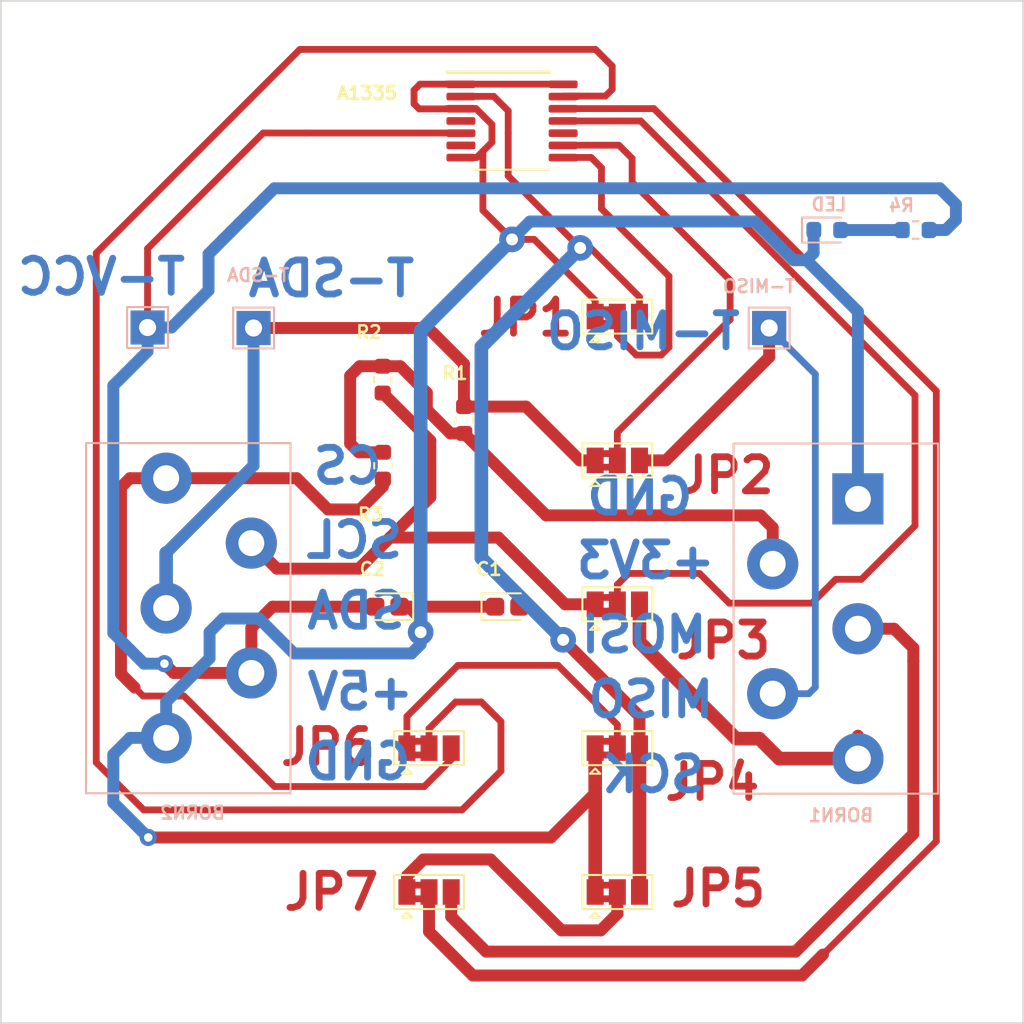
<source format=kicad_pcb>
(kicad_pcb (version 20171130) (host pcbnew "(5.1.9)-1")

  (general
    (thickness 1.6)
    (drawings 17)
    (tracks 241)
    (zones 0)
    (modules 20)
    (nets 19)
  )

  (page A4)
  (layers
    (0 F.Cu signal)
    (31 B.Cu signal)
    (32 B.Adhes user)
    (33 F.Adhes user)
    (34 B.Paste user)
    (35 F.Paste user)
    (36 B.SilkS user)
    (37 F.SilkS user)
    (38 B.Mask user)
    (39 F.Mask user)
    (40 Dwgs.User user)
    (41 Cmts.User user)
    (42 Eco1.User user)
    (43 Eco2.User user)
    (44 Edge.Cuts user)
    (45 Margin user)
    (46 B.CrtYd user)
    (47 F.CrtYd user)
    (48 B.Fab user)
    (49 F.Fab user)
  )

  (setup
    (last_trace_width 0.25)
    (user_trace_width 0.4)
    (user_trace_width 0.7)
    (user_trace_width 0.8)
    (trace_clearance 0.2)
    (zone_clearance 0.508)
    (zone_45_only no)
    (trace_min 0.2)
    (via_size 0.8)
    (via_drill 0.4)
    (via_min_size 0.4)
    (via_min_drill 0.3)
    (user_via 1 0.5)
    (user_via 1.2 0.6)
    (user_via 1.5 0.7)
    (uvia_size 0.3)
    (uvia_drill 0.1)
    (uvias_allowed no)
    (uvia_min_size 0.2)
    (uvia_min_drill 0.1)
    (edge_width 0.1)
    (segment_width 0.2)
    (pcb_text_width 0.3)
    (pcb_text_size 1.5 1.5)
    (mod_edge_width 0.15)
    (mod_text_size 1 1)
    (mod_text_width 0.15)
    (pad_size 3 3)
    (pad_drill 1.52)
    (pad_to_mask_clearance 0)
    (aux_axis_origin 0 0)
    (visible_elements 7FFFFFFF)
    (pcbplotparams
      (layerselection 0x010fc_ffffffff)
      (usegerberextensions false)
      (usegerberattributes false)
      (usegerberadvancedattributes false)
      (creategerberjobfile false)
      (excludeedgelayer true)
      (linewidth 0.100000)
      (plotframeref false)
      (viasonmask false)
      (mode 1)
      (useauxorigin false)
      (hpglpennumber 1)
      (hpglpenspeed 20)
      (hpglpendiameter 15.000000)
      (psnegative false)
      (psa4output false)
      (plotreference true)
      (plotvalue true)
      (plotinvisibletext false)
      (padsonsilk false)
      (subtractmaskfromsilk false)
      (outputformat 1)
      (mirror false)
      (drillshape 1)
      (scaleselection 1)
      (outputdirectory ""))
  )

  (net 0 "")
  (net 1 "Net-(C1-Pad2)")
  (net 2 "Net-(C1-Pad1)")
  (net 3 "Net-(J1-Pad5)")
  (net 4 "Net-(J1-Pad4)")
  (net 5 "Net-(J1-Pad3)")
  (net 6 "Net-(JP5-Pad2)")
  (net 7 "Net-(C2-Pad2)")
  (net 8 "Net-(J1-Pad2)")
  (net 9 "Net-(J2-Pad4)")
  (net 10 "Net-(J2-Pad3)")
  (net 11 "Net-(JP4-Pad2)")
  (net 12 "Net-(JP1-Pad2)")
  (net 13 "Net-(JP2-Pad2)")
  (net 14 "Net-(JP3-Pad2)")
  (net 15 "Net-(JP6-Pad2)")
  (net 16 "Net-(JP7-Pad2)")
  (net 17 "Net-(J2-Pad5)")
  (net 18 "Net-(LED1-Pad2)")

  (net_class Default "Esta es la clase de red por defecto."
    (clearance 0.2)
    (trace_width 0.25)
    (via_dia 0.8)
    (via_drill 0.4)
    (uvia_dia 0.3)
    (uvia_drill 0.1)
  )

  (net_class Guido ""
    (clearance 0.2)
    (trace_width 0.4)
    (via_dia 1)
    (via_drill 0.5)
    (uvia_dia 0.3)
    (uvia_drill 0.1)
    (add_net "Net-(C1-Pad1)")
    (add_net "Net-(C1-Pad2)")
    (add_net "Net-(C2-Pad2)")
    (add_net "Net-(J1-Pad2)")
    (add_net "Net-(J1-Pad3)")
    (add_net "Net-(J1-Pad4)")
    (add_net "Net-(J1-Pad5)")
    (add_net "Net-(J2-Pad3)")
    (add_net "Net-(J2-Pad4)")
    (add_net "Net-(J2-Pad5)")
    (add_net "Net-(JP1-Pad2)")
    (add_net "Net-(JP2-Pad2)")
    (add_net "Net-(JP3-Pad2)")
    (add_net "Net-(JP4-Pad2)")
    (add_net "Net-(JP5-Pad2)")
    (add_net "Net-(JP6-Pad2)")
    (add_net "Net-(JP7-Pad2)")
    (add_net "Net-(LED1-Pad2)")
  )

  (module FES:terminalfes (layer B.Cu) (tedit 5EBF687A) (tstamp 5EBF5DC1)
    (at 125.55 109.405 90)
    (path /5EA71BA0)
    (fp_text reference BORN2 (at -1.145 6.25) (layer B.SilkS)
      (effects (font (size 0.75 0.75) (thickness 0.15)) (justify mirror))
    )
    (fp_text value TERMINALES2 (at 9.705 -3.1 90) (layer B.Fab) hide
      (effects (font (size 0.75 0.75) (thickness 0.15)) (justify mirror))
    )
    (fp_line (start 0 12) (end 0 0) (layer B.SilkS) (width 0.12))
    (fp_line (start -0.2 12.19) (end 20.75 12.19) (layer B.CrtYd) (width 0.05))
    (fp_line (start -0.2 12.19) (end -0.2 -0.19) (layer B.CrtYd) (width 0.05))
    (fp_line (start 20.75 -0.19) (end 20.75 12.19) (layer B.CrtYd) (width 0.05))
    (fp_line (start 20.75 -0.19) (end -0.2 -0.19) (layer B.CrtYd) (width 0.05))
    (fp_line (start 0 12) (end 20.55 12) (layer B.SilkS) (width 0.12))
    (fp_line (start 20.55 12) (end 20.55 0) (layer B.SilkS) (width 0.12))
    (fp_line (start 0.05 11.94) (end 0.05 0.06) (layer B.Fab) (width 0.1))
    (fp_line (start 0.05 0.06) (end 20.5 0.06) (layer B.Fab) (width 0.1))
    (fp_line (start 20.5 0.06) (end 20.5 11.94) (layer B.Fab) (width 0.1))
    (fp_line (start 20.5 11.94) (end 0.05 11.94) (layer B.Fab) (width 0.1))
    (fp_line (start 0 0) (end 20.55 0) (layer B.SilkS) (width 0.12))
    (fp_text user %R (at 10 -0.25 90) (layer B.Fab) hide
      (effects (font (size 1 1) (thickness 0.15)) (justify mirror))
    )
    (pad 4 thru_hole circle (at 14.68 9.7 90) (size 3 3) (drill 1.52) (layers *.Cu *.Mask)
      (net 9 "Net-(J2-Pad4)"))
    (pad 3 thru_hole circle (at 10.87 4.7 90) (size 3 3) (drill 1.52) (layers *.Cu *.Mask)
      (net 10 "Net-(J2-Pad3)"))
    (pad 2 thru_hole circle (at 7.06 9.7 90) (size 3 3) (drill 1.52) (layers *.Cu *.Mask)
      (net 7 "Net-(C2-Pad2)"))
    (pad 1 thru_hole circle (at 3.25 4.7 90) (size 3 3) (drill 1.52) (layers *.Cu *.Mask)
      (net 2 "Net-(C1-Pad1)"))
    (pad 5 thru_hole circle (at 18.49 4.7 90) (size 3 3) (drill 1.52) (layers *.Cu *.Mask)
      (net 17 "Net-(J2-Pad5)"))
  )

  (module FES:terminalfes (layer B.Cu) (tedit 5EBF682C) (tstamp 5EB0CA99)
    (at 175.55 88.88 270)
    (path /5EA6E290)
    (fp_text reference BORN1 (at 21.825 5.7 180) (layer B.SilkS)
      (effects (font (size 0.75 0.75) (thickness 0.15)) (justify mirror))
    )
    (fp_text value TERMINALES1 (at 10.37 -3.2 270) (layer B.Fab) hide
      (effects (font (size 0.75 0.75) (thickness 0.15)) (justify mirror))
    )
    (fp_line (start 0 0) (end 20.55 0) (layer B.SilkS) (width 0.12))
    (fp_line (start 20.5 11.94) (end 0.05 11.94) (layer B.Fab) (width 0.1))
    (fp_line (start 20.5 0.06) (end 20.5 11.94) (layer B.Fab) (width 0.1))
    (fp_line (start 0.05 0.06) (end 20.5 0.06) (layer B.Fab) (width 0.1))
    (fp_line (start 0.05 11.94) (end 0.05 0.06) (layer B.Fab) (width 0.1))
    (fp_line (start 20.55 12) (end 20.55 0) (layer B.SilkS) (width 0.12))
    (fp_line (start 0 12) (end 20.55 12) (layer B.SilkS) (width 0.12))
    (fp_line (start 20.75 -0.19) (end -0.2 -0.19) (layer B.CrtYd) (width 0.05))
    (fp_line (start 20.75 -0.19) (end 20.75 12.19) (layer B.CrtYd) (width 0.05))
    (fp_line (start -0.2 12.19) (end -0.2 -0.19) (layer B.CrtYd) (width 0.05))
    (fp_line (start -0.2 12.19) (end 20.75 12.19) (layer B.CrtYd) (width 0.05))
    (fp_line (start 0 12) (end 0 0) (layer B.SilkS) (width 0.12))
    (fp_text user %R (at 10 -0.25 270) (layer B.Fab) hide
      (effects (font (size 1 1) (thickness 0.15)) (justify mirror))
    )
    (pad 5 thru_hole circle (at 18.49 4.7 270) (size 3 3) (drill 1.52) (layers *.Cu *.Mask)
      (net 3 "Net-(J1-Pad5)"))
    (pad 1 thru_hole rect (at 3.25 4.7 270) (size 3 3) (drill 1.52) (layers *.Cu *.Mask)
      (net 2 "Net-(C1-Pad1)"))
    (pad 2 thru_hole circle (at 7.06 9.7 270) (size 3 3) (drill 1.52) (layers *.Cu *.Mask)
      (net 8 "Net-(J1-Pad2)"))
    (pad 3 thru_hole circle (at 10.87 4.7 270) (size 3 3) (drill 1.52) (layers *.Cu *.Mask)
      (net 5 "Net-(J1-Pad3)"))
    (pad 4 thru_hole circle (at 14.68 9.7 270) (size 3 3) (drill 1.52) (layers *.Cu *.Mask)
      (net 4 "Net-(J1-Pad4)"))
  )

  (module TestPoint:TestPoint_THTPad_2.0x2.0mm_Drill1.0mm (layer B.Cu) (tedit 5A0F774F) (tstamp 5EB19F61)
    (at 129.16 82.07)
    (descr "THT rectangular pad as test Point, square 2.0mm_Drill1.0mm  side length, hole diameter 1.0mm")
    (tags "test point THT pad rectangle square")
    (path /5EBD37F0)
    (attr virtual)
    (fp_text reference T-VCC (at 0.24 -2.97) (layer B.SilkS) hide
      (effects (font (size 2 2) (thickness 0.4)) (justify mirror))
    )
    (fp_text value TP (at 0.84 2.08) (layer B.Fab) hide
      (effects (font (size 0.75 0.75) (thickness 0.15)) (justify mirror))
    )
    (fp_line (start -1.2 1.2) (end 1.2 1.2) (layer B.SilkS) (width 0.12))
    (fp_line (start 1.2 1.2) (end 1.2 -1.2) (layer B.SilkS) (width 0.12))
    (fp_line (start 1.2 -1.2) (end -1.2 -1.2) (layer B.SilkS) (width 0.12))
    (fp_line (start -1.2 -1.2) (end -1.2 1.2) (layer B.SilkS) (width 0.12))
    (fp_line (start -1.5 1.5) (end 1.5 1.5) (layer B.CrtYd) (width 0.05))
    (fp_line (start -1.5 1.5) (end -1.5 -1.5) (layer B.CrtYd) (width 0.05))
    (fp_line (start 1.5 -1.5) (end 1.5 1.5) (layer B.CrtYd) (width 0.05))
    (fp_line (start 1.5 -1.5) (end -1.5 -1.5) (layer B.CrtYd) (width 0.05))
    (pad 1 thru_hole rect (at 0 0) (size 2 2) (drill 1) (layers *.Cu *.Mask)
      (net 7 "Net-(C2-Pad2)"))
  )

  (module TestPoint:TestPoint_THTPad_2.0x2.0mm_Drill1.0mm (layer B.Cu) (tedit 5A0F774F) (tstamp 5EB0CC6F)
    (at 135.38 82.1)
    (descr "THT rectangular pad as test Point, square 2.0mm_Drill1.0mm  side length, hole diameter 1.0mm")
    (tags "test point THT pad rectangle square")
    (path /5EBD499D)
    (attr virtual)
    (fp_text reference T-SDA (at 0.27 -3.1) (layer B.SilkS)
      (effects (font (size 0.75 0.75) (thickness 0.15)) (justify mirror))
    )
    (fp_text value TP (at 0.87 2.15) (layer B.Fab) hide
      (effects (font (size 0.75 0.75) (thickness 0.15)) (justify mirror))
    )
    (fp_line (start -1.2 1.2) (end 1.2 1.2) (layer B.SilkS) (width 0.12))
    (fp_line (start 1.2 1.2) (end 1.2 -1.2) (layer B.SilkS) (width 0.12))
    (fp_line (start 1.2 -1.2) (end -1.2 -1.2) (layer B.SilkS) (width 0.12))
    (fp_line (start -1.2 -1.2) (end -1.2 1.2) (layer B.SilkS) (width 0.12))
    (fp_line (start -1.5 1.5) (end 1.5 1.5) (layer B.CrtYd) (width 0.05))
    (fp_line (start -1.5 1.5) (end -1.5 -1.5) (layer B.CrtYd) (width 0.05))
    (fp_line (start 1.5 -1.5) (end 1.5 1.5) (layer B.CrtYd) (width 0.05))
    (fp_line (start 1.5 -1.5) (end -1.5 -1.5) (layer B.CrtYd) (width 0.05))
    (pad 1 thru_hole rect (at 0 0) (size 2 2) (drill 1) (layers *.Cu *.Mask)
      (net 10 "Net-(J2-Pad3)"))
  )

  (module TestPoint:TestPoint_THTPad_2.0x2.0mm_Drill1.0mm (layer B.Cu) (tedit 5A0F774F) (tstamp 5EB17088)
    (at 165.64 82.1)
    (descr "THT rectangular pad as test Point, square 2.0mm_Drill1.0mm  side length, hole diameter 1.0mm")
    (tags "test point THT pad rectangle square")
    (path /5EBD42E2)
    (attr virtual)
    (fp_text reference T-MISO (at -0.59 -2.45) (layer B.SilkS)
      (effects (font (size 0.75 0.75) (thickness 0.15)) (justify mirror))
    )
    (fp_text value TP (at 1.11 2.3) (layer B.Fab) hide
      (effects (font (size 0.75 0.75) (thickness 0.15)) (justify mirror))
    )
    (fp_line (start -1.2 1.2) (end 1.2 1.2) (layer B.SilkS) (width 0.12))
    (fp_line (start 1.2 1.2) (end 1.2 -1.2) (layer B.SilkS) (width 0.12))
    (fp_line (start 1.2 -1.2) (end -1.2 -1.2) (layer B.SilkS) (width 0.12))
    (fp_line (start -1.2 -1.2) (end -1.2 1.2) (layer B.SilkS) (width 0.12))
    (fp_line (start -1.5 1.5) (end 1.5 1.5) (layer B.CrtYd) (width 0.05))
    (fp_line (start -1.5 1.5) (end -1.5 -1.5) (layer B.CrtYd) (width 0.05))
    (fp_line (start 1.5 -1.5) (end 1.5 1.5) (layer B.CrtYd) (width 0.05))
    (fp_line (start 1.5 -1.5) (end -1.5 -1.5) (layer B.CrtYd) (width 0.05))
    (pad 1 thru_hole rect (at 0 0) (size 2 2) (drill 1) (layers *.Cu *.Mask)
      (net 4 "Net-(J1-Pad4)"))
  )

  (module LED_SMD:LED_0603_1608Metric (layer B.Cu) (tedit 5B301BBE) (tstamp 5EB0CBD3)
    (at 169.05 76.35)
    (descr "LED SMD 0603 (1608 Metric), square (rectangular) end terminal, IPC_7351 nominal, (Body size source: http://www.tortai-tech.com/upload/download/2011102023233369053.pdf), generated with kicad-footprint-generator")
    (tags diode)
    (path /5EB0B474)
    (attr smd)
    (fp_text reference LED (at 0.1 -1.5) (layer B.SilkS)
      (effects (font (size 0.75 0.75) (thickness 0.15)) (justify mirror))
    )
    (fp_text value LED (at 0.6 1.55) (layer B.Fab) hide
      (effects (font (size 0.75 0.75) (thickness 0.15)) (justify mirror))
    )
    (fp_line (start 0.8 0.4) (end -0.5 0.4) (layer B.Fab) (width 0.1))
    (fp_line (start -0.5 0.4) (end -0.8 0.1) (layer B.Fab) (width 0.1))
    (fp_line (start -0.8 0.1) (end -0.8 -0.4) (layer B.Fab) (width 0.1))
    (fp_line (start -0.8 -0.4) (end 0.8 -0.4) (layer B.Fab) (width 0.1))
    (fp_line (start 0.8 -0.4) (end 0.8 0.4) (layer B.Fab) (width 0.1))
    (fp_line (start 0.8 0.735) (end -1.485 0.735) (layer B.SilkS) (width 0.12))
    (fp_line (start -1.485 0.735) (end -1.485 -0.735) (layer B.SilkS) (width 0.12))
    (fp_line (start -1.485 -0.735) (end 0.8 -0.735) (layer B.SilkS) (width 0.12))
    (fp_line (start -1.48 -0.73) (end -1.48 0.73) (layer B.CrtYd) (width 0.05))
    (fp_line (start -1.48 0.73) (end 1.48 0.73) (layer B.CrtYd) (width 0.05))
    (fp_line (start 1.48 0.73) (end 1.48 -0.73) (layer B.CrtYd) (width 0.05))
    (fp_line (start 1.48 -0.73) (end -1.48 -0.73) (layer B.CrtYd) (width 0.05))
    (fp_text user %R (at 0 0) (layer B.Fab) hide
      (effects (font (size 0.4 0.4) (thickness 0.06)) (justify mirror))
    )
    (pad 2 smd roundrect (at 0.7875 0) (size 0.875 0.95) (layers B.Cu B.Paste B.Mask) (roundrect_rratio 0.25)
      (net 18 "Net-(LED1-Pad2)"))
    (pad 1 smd roundrect (at -0.7875 0) (size 0.875 0.95) (layers B.Cu B.Paste B.Mask) (roundrect_rratio 0.25)
      (net 2 "Net-(C1-Pad1)"))
    (model ${KISYS3DMOD}/LED_SMD.3dshapes/LED_0603_1608Metric.wrl
      (at (xyz 0 0 0))
      (scale (xyz 1 1 1))
      (rotate (xyz 0 0 0))
    )
  )

  (module 1335:A1335 (layer F.Cu) (tedit 5EA9DBAF) (tstamp 5EB04B53)
    (at 150.55 69.95 270)
    (path /5EAAAC04)
    (attr smd)
    (fp_text reference A1335 (at -1.64 8.5 180) (layer F.SilkS)
      (effects (font (size 0.75 0.75) (thickness 0.17)))
    )
    (fp_text value A1335 (at -2.79 -9.05 180) (layer F.Fab)
      (effects (font (size 1 1) (thickness 0.17)))
    )
    (fp_line (start -3.24 3.95) (end -3.24 -3.95) (layer F.CrtYd) (width 0.05))
    (fp_line (start 2.86 -2.2) (end 2.86 2.2) (layer F.SilkS) (width 0.12))
    (fp_line (start -2.86 -2.2) (end -2.86 3.8) (layer F.SilkS) (width 0.2))
    (fp_line (start -2.5 2.2) (end -2.5 -2.2) (layer F.Fab) (width 0.12))
    (fp_line (start 2.5 -2.2) (end 2.5 2.2) (layer F.Fab) (width 0.12))
    (fp_line (start -2.5 -2.2) (end 2.5 -2.2) (layer F.Fab) (width 0.12))
    (fp_line (start -2.5 2.2) (end 2.5 2.2) (layer F.Fab) (width 0.12))
    (fp_line (start 3.24 -3.95) (end 3.24 3.95) (layer F.CrtYd) (width 0.05))
    (fp_line (start -3.24 -3.95) (end 3.24 -3.95) (layer F.CrtYd) (width 0.05))
    (fp_line (start 3.24 3.95) (end -3.24 3.95) (layer F.CrtYd) (width 0.05))
    (pad 1 smd roundrect (at -2.149998 3 270) (size 0.45 1.7) (layers F.Cu F.Paste F.Mask) (roundrect_rratio 0.25)
      (net 2 "Net-(C1-Pad1)"))
    (pad 2 smd roundrect (at -1.433332 3 270) (size 0.45 1.7) (layers F.Cu F.Paste F.Mask) (roundrect_rratio 0.25)
      (net 1 "Net-(C1-Pad2)"))
    (pad 3 smd roundrect (at -0.716666 3 270) (size 0.45 1.7) (layers F.Cu F.Paste F.Mask) (roundrect_rratio 0.25)
      (net 2 "Net-(C1-Pad1)"))
    (pad 4 smd roundrect (at 0 3 270) (size 0.45 1.7) (layers F.Cu F.Paste F.Mask) (roundrect_rratio 0.25))
    (pad 5 smd roundrect (at 0.716666 3 270) (size 0.45 1.7) (layers F.Cu F.Paste F.Mask) (roundrect_rratio 0.25)
      (net 7 "Net-(C2-Pad2)"))
    (pad 6 smd roundrect (at 1.433332 3 270) (size 0.45 1.7) (layers F.Cu F.Paste F.Mask) (roundrect_rratio 0.25))
    (pad 7 smd roundrect (at 2.150002 3 270) (size 0.45 1.7) (layers F.Cu F.Paste F.Mask) (roundrect_rratio 0.25)
      (net 2 "Net-(C1-Pad1)"))
    (pad 14 smd roundrect (at -2.149998 -3 270) (size 0.45 1.7) (layers F.Cu F.Paste F.Mask) (roundrect_rratio 0.25)
      (net 2 "Net-(C1-Pad1)"))
    (pad 13 smd roundrect (at -1.433332 -3 270) (size 0.45 1.7) (layers F.Cu F.Paste F.Mask) (roundrect_rratio 0.25)
      (net 15 "Net-(JP6-Pad2)"))
    (pad 12 smd roundrect (at -0.716666 -3 270) (size 0.45 1.7) (layers F.Cu F.Paste F.Mask) (roundrect_rratio 0.25)
      (net 16 "Net-(JP7-Pad2)"))
    (pad 11 smd roundrect (at 0 -3 270) (size 0.45 1.7) (layers F.Cu F.Paste F.Mask) (roundrect_rratio 0.25)
      (net 14 "Net-(JP3-Pad2)"))
    (pad 9 smd roundrect (at 0.716666 -3 270) (size 0.45 1.7) (layers F.Cu F.Paste F.Mask) (roundrect_rratio 0.25))
    (pad 10 smd roundrect (at 1.433332 -3 270) (size 0.45 1.7) (layers F.Cu F.Paste F.Mask) (roundrect_rratio 0.25)
      (net 13 "Net-(JP2-Pad2)"))
    (pad 8 smd roundrect (at 2.150002 -3 270) (size 0.45 1.7) (layers F.Cu F.Paste F.Mask) (roundrect_rratio 0.25)
      (net 12 "Net-(JP1-Pad2)"))
  )

  (module Resistor_SMD:R_0603_1608Metric (layer B.Cu) (tedit 5B301BBD) (tstamp 5EB04B0D)
    (at 174.24 76.35)
    (descr "Resistor SMD 0603 (1608 Metric), square (rectangular) end terminal, IPC_7351 nominal, (Body size source: http://www.tortai-tech.com/upload/download/2011102023233369053.pdf), generated with kicad-footprint-generator")
    (tags resistor)
    (path /5EB0C4D6)
    (attr smd)
    (fp_text reference R4 (at -0.84 -1.45) (layer B.SilkS)
      (effects (font (size 0.75 0.75) (thickness 0.15)) (justify mirror))
    )
    (fp_text value 1K (at 0.81 1.5) (layer B.Fab) hide
      (effects (font (size 0.75 0.75) (thickness 0.15)) (justify mirror))
    )
    (fp_line (start -0.8 -0.4) (end -0.8 0.4) (layer B.Fab) (width 0.1))
    (fp_line (start -0.8 0.4) (end 0.8 0.4) (layer B.Fab) (width 0.1))
    (fp_line (start 0.8 0.4) (end 0.8 -0.4) (layer B.Fab) (width 0.1))
    (fp_line (start 0.8 -0.4) (end -0.8 -0.4) (layer B.Fab) (width 0.1))
    (fp_line (start -0.162779 0.51) (end 0.162779 0.51) (layer B.SilkS) (width 0.12))
    (fp_line (start -0.162779 -0.51) (end 0.162779 -0.51) (layer B.SilkS) (width 0.12))
    (fp_line (start -1.48 -0.73) (end -1.48 0.73) (layer B.CrtYd) (width 0.05))
    (fp_line (start -1.48 0.73) (end 1.48 0.73) (layer B.CrtYd) (width 0.05))
    (fp_line (start 1.48 0.73) (end 1.48 -0.73) (layer B.CrtYd) (width 0.05))
    (fp_line (start 1.48 -0.73) (end -1.48 -0.73) (layer B.CrtYd) (width 0.05))
    (fp_text user %R (at 0 0) (layer B.Fab) hide
      (effects (font (size 0.4 0.4) (thickness 0.06)) (justify mirror))
    )
    (pad 2 smd roundrect (at 0.7875 0) (size 0.875 0.95) (layers B.Cu B.Paste B.Mask) (roundrect_rratio 0.25)
      (net 7 "Net-(C2-Pad2)"))
    (pad 1 smd roundrect (at -0.7875 0) (size 0.875 0.95) (layers B.Cu B.Paste B.Mask) (roundrect_rratio 0.25)
      (net 18 "Net-(LED1-Pad2)"))
    (model ${KISYS3DMOD}/Resistor_SMD.3dshapes/R_0603_1608Metric.wrl
      (at (xyz 0 0 0))
      (scale (xyz 1 1 1))
      (rotate (xyz 0 0 0))
    )
  )

  (module Resistor_SMD:R_0603_1608Metric (layer F.Cu) (tedit 5B301BBD) (tstamp 5EB04AFC)
    (at 142.97 90.18 270)
    (descr "Resistor SMD 0603 (1608 Metric), square (rectangular) end terminal, IPC_7351 nominal, (Body size source: http://www.tortai-tech.com/upload/download/2011102023233369053.pdf), generated with kicad-footprint-generator")
    (tags resistor)
    (path /5EAB83C2)
    (attr smd)
    (fp_text reference R3 (at 2.87 0.72 180) (layer F.SilkS)
      (effects (font (size 0.75 0.75) (thickness 0.15)))
    )
    (fp_text value 10K (at 0 -1.7 90) (layer F.Fab)
      (effects (font (size 0.75 0.75) (thickness 0.15)))
    )
    (fp_line (start -0.8 0.4) (end -0.8 -0.4) (layer F.Fab) (width 0.1))
    (fp_line (start -0.8 -0.4) (end 0.8 -0.4) (layer F.Fab) (width 0.1))
    (fp_line (start 0.8 -0.4) (end 0.8 0.4) (layer F.Fab) (width 0.1))
    (fp_line (start 0.8 0.4) (end -0.8 0.4) (layer F.Fab) (width 0.1))
    (fp_line (start -0.162779 -0.51) (end 0.162779 -0.51) (layer F.SilkS) (width 0.12))
    (fp_line (start -0.162779 0.51) (end 0.162779 0.51) (layer F.SilkS) (width 0.12))
    (fp_line (start -1.48 0.73) (end -1.48 -0.73) (layer F.CrtYd) (width 0.05))
    (fp_line (start -1.48 -0.73) (end 1.48 -0.73) (layer F.CrtYd) (width 0.05))
    (fp_line (start 1.48 -0.73) (end 1.48 0.73) (layer F.CrtYd) (width 0.05))
    (fp_line (start 1.48 0.73) (end -1.48 0.73) (layer F.CrtYd) (width 0.05))
    (fp_text user %R (at 0 0 90) (layer F.Fab)
      (effects (font (size 0.4 0.4) (thickness 0.06)))
    )
    (pad 2 smd roundrect (at 0.7875 0 270) (size 0.875 0.95) (layers F.Cu F.Paste F.Mask) (roundrect_rratio 0.25)
      (net 17 "Net-(J2-Pad5)"))
    (pad 1 smd roundrect (at -0.7875 0 270) (size 0.875 0.95) (layers F.Cu F.Paste F.Mask) (roundrect_rratio 0.25)
      (net 8 "Net-(J1-Pad2)"))
    (model ${KISYS3DMOD}/Resistor_SMD.3dshapes/R_0603_1608Metric.wrl
      (at (xyz 0 0 0))
      (scale (xyz 1 1 1))
      (rotate (xyz 0 0 0))
    )
  )

  (module Resistor_SMD:R_0603_1608Metric (layer F.Cu) (tedit 5B301BBD) (tstamp 5EB04AEB)
    (at 142.96 85.13 90)
    (descr "Resistor SMD 0603 (1608 Metric), square (rectangular) end terminal, IPC_7351 nominal, (Body size source: http://www.tortai-tech.com/upload/download/2011102023233369053.pdf), generated with kicad-footprint-generator")
    (tags resistor)
    (path /5EAAFA88)
    (attr smd)
    (fp_text reference R2 (at 2.78 -0.81 180) (layer F.SilkS)
      (effects (font (size 0.75 0.75) (thickness 0.15)))
    )
    (fp_text value 1K (at 1.28 1.39 90) (layer F.Fab) hide
      (effects (font (size 0.75 0.75) (thickness 0.15)))
    )
    (fp_line (start -0.8 0.4) (end -0.8 -0.4) (layer F.Fab) (width 0.1))
    (fp_line (start -0.8 -0.4) (end 0.8 -0.4) (layer F.Fab) (width 0.1))
    (fp_line (start 0.8 -0.4) (end 0.8 0.4) (layer F.Fab) (width 0.1))
    (fp_line (start 0.8 0.4) (end -0.8 0.4) (layer F.Fab) (width 0.1))
    (fp_line (start -0.162779 -0.51) (end 0.162779 -0.51) (layer F.SilkS) (width 0.12))
    (fp_line (start -0.162779 0.51) (end 0.162779 0.51) (layer F.SilkS) (width 0.12))
    (fp_line (start -1.48 0.73) (end -1.48 -0.73) (layer F.CrtYd) (width 0.05))
    (fp_line (start -1.48 -0.73) (end 1.48 -0.73) (layer F.CrtYd) (width 0.05))
    (fp_line (start 1.48 -0.73) (end 1.48 0.73) (layer F.CrtYd) (width 0.05))
    (fp_line (start 1.48 0.73) (end -1.48 0.73) (layer F.CrtYd) (width 0.05))
    (fp_text user %R (at 0 0 90) (layer F.Fab) hide
      (effects (font (size 0.4 0.4) (thickness 0.06)))
    )
    (pad 2 smd roundrect (at 0.7875 0 90) (size 0.875 0.95) (layers F.Cu F.Paste F.Mask) (roundrect_rratio 0.25)
      (net 8 "Net-(J1-Pad2)"))
    (pad 1 smd roundrect (at -0.7875 0 90) (size 0.875 0.95) (layers F.Cu F.Paste F.Mask) (roundrect_rratio 0.25)
      (net 9 "Net-(J2-Pad4)"))
    (model ${KISYS3DMOD}/Resistor_SMD.3dshapes/R_0603_1608Metric.wrl
      (at (xyz 0 0 0))
      (scale (xyz 1 1 1))
      (rotate (xyz 0 0 0))
    )
  )

  (module Resistor_SMD:R_0603_1608Metric (layer F.Cu) (tedit 5B301BBD) (tstamp 5EB04ADA)
    (at 147.74 87.5 270)
    (descr "Resistor SMD 0603 (1608 Metric), square (rectangular) end terminal, IPC_7351 nominal, (Body size source: http://www.tortai-tech.com/upload/download/2011102023233369053.pdf), generated with kicad-footprint-generator")
    (tags resistor)
    (path /5EAB0F0F)
    (attr smd)
    (fp_text reference R1 (at -2.75 0.54 180) (layer F.SilkS)
      (effects (font (size 0.75 0.75) (thickness 0.15)))
    )
    (fp_text value 1K (at -1.5 1.49 90) (layer F.Fab) hide
      (effects (font (size 0.75 0.75) (thickness 0.15)))
    )
    (fp_line (start -0.8 0.4) (end -0.8 -0.4) (layer F.Fab) (width 0.1))
    (fp_line (start -0.8 -0.4) (end 0.8 -0.4) (layer F.Fab) (width 0.1))
    (fp_line (start 0.8 -0.4) (end 0.8 0.4) (layer F.Fab) (width 0.1))
    (fp_line (start 0.8 0.4) (end -0.8 0.4) (layer F.Fab) (width 0.1))
    (fp_line (start -0.162779 -0.51) (end 0.162779 -0.51) (layer F.SilkS) (width 0.12))
    (fp_line (start -0.162779 0.51) (end 0.162779 0.51) (layer F.SilkS) (width 0.12))
    (fp_line (start -1.48 0.73) (end -1.48 -0.73) (layer F.CrtYd) (width 0.05))
    (fp_line (start -1.48 -0.73) (end 1.48 -0.73) (layer F.CrtYd) (width 0.05))
    (fp_line (start 1.48 -0.73) (end 1.48 0.73) (layer F.CrtYd) (width 0.05))
    (fp_line (start 1.48 0.73) (end -1.48 0.73) (layer F.CrtYd) (width 0.05))
    (fp_text user %R (at 0 0 90) (layer F.Fab) hide
      (effects (font (size 0.4 0.4) (thickness 0.06)))
    )
    (pad 2 smd roundrect (at 0.7875 0 270) (size 0.875 0.95) (layers F.Cu F.Paste F.Mask) (roundrect_rratio 0.25)
      (net 8 "Net-(J1-Pad2)"))
    (pad 1 smd roundrect (at -0.7875 0 270) (size 0.875 0.95) (layers F.Cu F.Paste F.Mask) (roundrect_rratio 0.25)
      (net 10 "Net-(J2-Pad3)"))
    (model ${KISYS3DMOD}/Resistor_SMD.3dshapes/R_0603_1608Metric.wrl
      (at (xyz 0 0 0))
      (scale (xyz 1 1 1))
      (rotate (xyz 0 0 0))
    )
  )

  (module Jumper:SolderJumper-3_P1.3mm_Bridged2Bar12_Pad1.0x1.5mm (layer F.Cu) (tedit 5C756AFF) (tstamp 5EB04AB6)
    (at 145.68 115.2)
    (descr "SMD Solder 3-pad Jumper, 1x1.5mm Pads, 0.3mm gap, pads 1-2 Bridged2Bar with 2 copper strip")
    (tags "solder jumper open")
    (path /5EA7C254)
    (attr virtual)
    (fp_text reference JP7 (at -5.73 0) (layer F.Cu)
      (effects (font (size 2 2) (thickness 0.4)))
    )
    (fp_text value 7 (at 3.07 1.5) (layer F.Fab)
      (effects (font (size 1 1) (thickness 0.15)))
    )
    (fp_line (start -1.3 1.2) (end -1 1.5) (layer F.SilkS) (width 0.12))
    (fp_line (start -1.6 1.5) (end -1 1.5) (layer F.SilkS) (width 0.12))
    (fp_line (start -1.3 1.2) (end -1.6 1.5) (layer F.SilkS) (width 0.12))
    (fp_line (start -2.05 1) (end -2.05 -1) (layer F.SilkS) (width 0.12))
    (fp_line (start 2.05 1) (end -2.05 1) (layer F.SilkS) (width 0.12))
    (fp_line (start 2.05 -1) (end 2.05 1) (layer F.SilkS) (width 0.12))
    (fp_line (start -2.05 -1) (end 2.05 -1) (layer F.SilkS) (width 0.12))
    (fp_line (start -2.3 -1.25) (end 2.3 -1.25) (layer F.CrtYd) (width 0.05))
    (fp_line (start -2.3 -1.25) (end -2.3 1.25) (layer F.CrtYd) (width 0.05))
    (fp_line (start 2.3 1.25) (end 2.3 -1.25) (layer F.CrtYd) (width 0.05))
    (fp_line (start 2.3 1.25) (end -2.3 1.25) (layer F.CrtYd) (width 0.05))
    (fp_poly (pts (xy -0.9 -0.6) (xy -0.4 -0.6) (xy -0.4 -0.2) (xy -0.9 -0.2)) (layer F.Cu) (width 0))
    (fp_poly (pts (xy -0.9 0.2) (xy -0.4 0.2) (xy -0.4 0.6) (xy -0.9 0.6)) (layer F.Cu) (width 0))
    (pad 2 smd rect (at 0 0) (size 1 1.5) (layers F.Cu F.Mask)
      (net 16 "Net-(JP7-Pad2)"))
    (pad 3 smd rect (at 1.3 0) (size 1 1.5) (layers F.Cu F.Mask)
      (net 5 "Net-(J1-Pad3)"))
    (pad 1 smd rect (at -1.3 0) (size 1 1.5) (layers F.Cu F.Mask)
      (net 6 "Net-(JP5-Pad2)"))
  )

  (module Jumper:SolderJumper-3_P1.3mm_Bridged2Bar12_Pad1.0x1.5mm (layer F.Cu) (tedit 5C756AFF) (tstamp 5EB04AA2)
    (at 145.68 106.7569)
    (descr "SMD Solder 3-pad Jumper, 1x1.5mm Pads, 0.3mm gap, pads 1-2 Bridged2Bar with 2 copper strip")
    (tags "solder jumper open")
    (path /5EA7A368)
    (attr virtual)
    (fp_text reference JP6 (at -5.93 -0.0569) (layer F.Cu)
      (effects (font (size 2 2) (thickness 0.4)))
    )
    (fp_text value 6 (at 1.72 2.0931) (layer F.Fab)
      (effects (font (size 1 1) (thickness 0.15)))
    )
    (fp_line (start -1.3 1.2) (end -1 1.5) (layer F.SilkS) (width 0.12))
    (fp_line (start -1.6 1.5) (end -1 1.5) (layer F.SilkS) (width 0.12))
    (fp_line (start -1.3 1.2) (end -1.6 1.5) (layer F.SilkS) (width 0.12))
    (fp_line (start -2.05 1) (end -2.05 -1) (layer F.SilkS) (width 0.12))
    (fp_line (start 2.05 1) (end -2.05 1) (layer F.SilkS) (width 0.12))
    (fp_line (start 2.05 -1) (end 2.05 1) (layer F.SilkS) (width 0.12))
    (fp_line (start -2.05 -1) (end 2.05 -1) (layer F.SilkS) (width 0.12))
    (fp_line (start -2.3 -1.25) (end 2.3 -1.25) (layer F.CrtYd) (width 0.05))
    (fp_line (start -2.3 -1.25) (end -2.3 1.25) (layer F.CrtYd) (width 0.05))
    (fp_line (start 2.3 1.25) (end 2.3 -1.25) (layer F.CrtYd) (width 0.05))
    (fp_line (start 2.3 1.25) (end -2.3 1.25) (layer F.CrtYd) (width 0.05))
    (fp_poly (pts (xy -0.9 -0.6) (xy -0.4 -0.6) (xy -0.4 -0.2) (xy -0.9 -0.2)) (layer F.Cu) (width 0))
    (fp_poly (pts (xy -0.9 0.2) (xy -0.4 0.2) (xy -0.4 0.6) (xy -0.9 0.6)) (layer F.Cu) (width 0))
    (pad 2 smd rect (at 0 0) (size 1 1.5) (layers F.Cu F.Mask)
      (net 15 "Net-(JP6-Pad2)"))
    (pad 3 smd rect (at 1.3 0) (size 1 1.5) (layers F.Cu F.Mask)
      (net 17 "Net-(J2-Pad5)"))
    (pad 1 smd rect (at -1.3 0) (size 1 1.5) (layers F.Cu F.Mask)
      (net 11 "Net-(JP4-Pad2)"))
  )

  (module Jumper:SolderJumper-3_P1.3mm_Bridged2Bar12_Pad1.0x1.5mm (layer F.Cu) (tedit 5C756AFF) (tstamp 5EB04A8E)
    (at 156.73 115.2)
    (descr "SMD Solder 3-pad Jumper, 1x1.5mm Pads, 0.3mm gap, pads 1-2 Bridged2Bar with 2 copper strip")
    (tags "solder jumper open")
    (path /5EA79D0F)
    (attr virtual)
    (fp_text reference JP5 (at 5.92 -0.2) (layer F.Cu)
      (effects (font (size 2 2) (thickness 0.4)))
    )
    (fp_text value 5 (at 3.12 1.4) (layer F.Fab)
      (effects (font (size 1 1) (thickness 0.15)))
    )
    (fp_line (start -1.3 1.2) (end -1 1.5) (layer F.SilkS) (width 0.12))
    (fp_line (start -1.6 1.5) (end -1 1.5) (layer F.SilkS) (width 0.12))
    (fp_line (start -1.3 1.2) (end -1.6 1.5) (layer F.SilkS) (width 0.12))
    (fp_line (start -2.05 1) (end -2.05 -1) (layer F.SilkS) (width 0.12))
    (fp_line (start 2.05 1) (end -2.05 1) (layer F.SilkS) (width 0.12))
    (fp_line (start 2.05 -1) (end 2.05 1) (layer F.SilkS) (width 0.12))
    (fp_line (start -2.05 -1) (end 2.05 -1) (layer F.SilkS) (width 0.12))
    (fp_line (start -2.3 -1.25) (end 2.3 -1.25) (layer F.CrtYd) (width 0.05))
    (fp_line (start -2.3 -1.25) (end -2.3 1.25) (layer F.CrtYd) (width 0.05))
    (fp_line (start 2.3 1.25) (end 2.3 -1.25) (layer F.CrtYd) (width 0.05))
    (fp_line (start 2.3 1.25) (end -2.3 1.25) (layer F.CrtYd) (width 0.05))
    (fp_poly (pts (xy -0.9 -0.6) (xy -0.4 -0.6) (xy -0.4 -0.2) (xy -0.9 -0.2)) (layer F.Cu) (width 0))
    (fp_poly (pts (xy -0.9 0.2) (xy -0.4 0.2) (xy -0.4 0.6) (xy -0.9 0.6)) (layer F.Cu) (width 0))
    (pad 2 smd rect (at 0 0) (size 1 1.5) (layers F.Cu F.Mask)
      (net 6 "Net-(JP5-Pad2)"))
    (pad 3 smd rect (at 1.3 0) (size 1 1.5) (layers F.Cu F.Mask)
      (net 1 "Net-(C1-Pad2)"))
    (pad 1 smd rect (at -1.3 0) (size 1 1.5) (layers F.Cu F.Mask)
      (net 2 "Net-(C1-Pad1)"))
  )

  (module Jumper:SolderJumper-3_P1.3mm_Bridged2Bar12_Pad1.0x1.5mm (layer F.Cu) (tedit 5C756AFF) (tstamp 5EB04A7A)
    (at 156.73 106.7569)
    (descr "SMD Solder 3-pad Jumper, 1x1.5mm Pads, 0.3mm gap, pads 1-2 Bridged2Bar with 2 copper strip")
    (tags "solder jumper open")
    (path /5EA789C3)
    (attr virtual)
    (fp_text reference JP4 (at 5.57 1.9931) (layer F.Cu)
      (effects (font (size 2 2) (thickness 0.4)))
    )
    (fp_text value 4 (at 0 2) (layer F.Fab)
      (effects (font (size 1 1) (thickness 0.15)))
    )
    (fp_line (start -1.3 1.2) (end -1 1.5) (layer F.SilkS) (width 0.12))
    (fp_line (start -1.6 1.5) (end -1 1.5) (layer F.SilkS) (width 0.12))
    (fp_line (start -1.3 1.2) (end -1.6 1.5) (layer F.SilkS) (width 0.12))
    (fp_line (start -2.05 1) (end -2.05 -1) (layer F.SilkS) (width 0.12))
    (fp_line (start 2.05 1) (end -2.05 1) (layer F.SilkS) (width 0.12))
    (fp_line (start 2.05 -1) (end 2.05 1) (layer F.SilkS) (width 0.12))
    (fp_line (start -2.05 -1) (end 2.05 -1) (layer F.SilkS) (width 0.12))
    (fp_line (start -2.3 -1.25) (end 2.3 -1.25) (layer F.CrtYd) (width 0.05))
    (fp_line (start -2.3 -1.25) (end -2.3 1.25) (layer F.CrtYd) (width 0.05))
    (fp_line (start 2.3 1.25) (end 2.3 -1.25) (layer F.CrtYd) (width 0.05))
    (fp_line (start 2.3 1.25) (end -2.3 1.25) (layer F.CrtYd) (width 0.05))
    (fp_poly (pts (xy -0.9 -0.6) (xy -0.4 -0.6) (xy -0.4 -0.2) (xy -0.9 -0.2)) (layer F.Cu) (width 0))
    (fp_poly (pts (xy -0.9 0.2) (xy -0.4 0.2) (xy -0.4 0.6) (xy -0.9 0.6)) (layer F.Cu) (width 0))
    (pad 2 smd rect (at 0 0) (size 1 1.5) (layers F.Cu F.Mask)
      (net 11 "Net-(JP4-Pad2)"))
    (pad 3 smd rect (at 1.3 0) (size 1 1.5) (layers F.Cu F.Mask)
      (net 1 "Net-(C1-Pad2)"))
    (pad 1 smd rect (at -1.3 0) (size 1 1.5) (layers F.Cu F.Mask)
      (net 2 "Net-(C1-Pad1)"))
  )

  (module Jumper:SolderJumper-3_P1.3mm_Bridged2Bar12_Pad1.0x1.5mm (layer F.Cu) (tedit 5C756AFF) (tstamp 5EB04A66)
    (at 156.73 98.3138)
    (descr "SMD Solder 3-pad Jumper, 1x1.5mm Pads, 0.3mm gap, pads 1-2 Bridged2Bar with 2 copper strip")
    (tags "solder jumper open")
    (path /5EA7B711)
    (attr virtual)
    (fp_text reference JP3 (at 6.22 2.1362) (layer F.Cu)
      (effects (font (size 2 2) (thickness 0.4)))
    )
    (fp_text value 3 (at 0 2) (layer F.Fab)
      (effects (font (size 1 1) (thickness 0.15)))
    )
    (fp_line (start -1.3 1.2) (end -1 1.5) (layer F.SilkS) (width 0.12))
    (fp_line (start -1.6 1.5) (end -1 1.5) (layer F.SilkS) (width 0.12))
    (fp_line (start -1.3 1.2) (end -1.6 1.5) (layer F.SilkS) (width 0.12))
    (fp_line (start -2.05 1) (end -2.05 -1) (layer F.SilkS) (width 0.12))
    (fp_line (start 2.05 1) (end -2.05 1) (layer F.SilkS) (width 0.12))
    (fp_line (start 2.05 -1) (end 2.05 1) (layer F.SilkS) (width 0.12))
    (fp_line (start -2.05 -1) (end 2.05 -1) (layer F.SilkS) (width 0.12))
    (fp_line (start -2.3 -1.25) (end 2.3 -1.25) (layer F.CrtYd) (width 0.05))
    (fp_line (start -2.3 -1.25) (end -2.3 1.25) (layer F.CrtYd) (width 0.05))
    (fp_line (start 2.3 1.25) (end 2.3 -1.25) (layer F.CrtYd) (width 0.05))
    (fp_line (start 2.3 1.25) (end -2.3 1.25) (layer F.CrtYd) (width 0.05))
    (fp_poly (pts (xy -0.9 -0.6) (xy -0.4 -0.6) (xy -0.4 -0.2) (xy -0.9 -0.2)) (layer F.Cu) (width 0))
    (fp_poly (pts (xy -0.9 0.2) (xy -0.4 0.2) (xy -0.4 0.6) (xy -0.9 0.6)) (layer F.Cu) (width 0))
    (pad 2 smd rect (at 0 0) (size 1 1.5) (layers F.Cu F.Mask)
      (net 14 "Net-(JP3-Pad2)"))
    (pad 3 smd rect (at 1.3 0) (size 1 1.5) (layers F.Cu F.Mask)
      (net 3 "Net-(J1-Pad5)"))
    (pad 1 smd rect (at -1.3 0) (size 1 1.5) (layers F.Cu F.Mask)
      (net 9 "Net-(J2-Pad4)"))
  )

  (module Jumper:SolderJumper-3_P1.3mm_Bridged2Bar12_Pad1.0x1.5mm (layer F.Cu) (tedit 5C756AFF) (tstamp 5EB04A52)
    (at 156.73 89.8706)
    (descr "SMD Solder 3-pad Jumper, 1x1.5mm Pads, 0.3mm gap, pads 1-2 Bridged2Bar with 2 copper strip")
    (tags "solder jumper open")
    (path /5EA7B1A4)
    (attr virtual)
    (fp_text reference JP2 (at 6.42 0.8794) (layer F.Cu)
      (effects (font (size 2 2) (thickness 0.4)))
    )
    (fp_text value 2 (at 0 2) (layer F.Fab)
      (effects (font (size 1 1) (thickness 0.15)))
    )
    (fp_line (start -1.3 1.2) (end -1 1.5) (layer F.SilkS) (width 0.12))
    (fp_line (start -1.6 1.5) (end -1 1.5) (layer F.SilkS) (width 0.12))
    (fp_line (start -1.3 1.2) (end -1.6 1.5) (layer F.SilkS) (width 0.12))
    (fp_line (start -2.05 1) (end -2.05 -1) (layer F.SilkS) (width 0.12))
    (fp_line (start 2.05 1) (end -2.05 1) (layer F.SilkS) (width 0.12))
    (fp_line (start 2.05 -1) (end 2.05 1) (layer F.SilkS) (width 0.12))
    (fp_line (start -2.05 -1) (end 2.05 -1) (layer F.SilkS) (width 0.12))
    (fp_line (start -2.3 -1.25) (end 2.3 -1.25) (layer F.CrtYd) (width 0.05))
    (fp_line (start -2.3 -1.25) (end -2.3 1.25) (layer F.CrtYd) (width 0.05))
    (fp_line (start 2.3 1.25) (end 2.3 -1.25) (layer F.CrtYd) (width 0.05))
    (fp_line (start 2.3 1.25) (end -2.3 1.25) (layer F.CrtYd) (width 0.05))
    (fp_poly (pts (xy -0.9 -0.6) (xy -0.4 -0.6) (xy -0.4 -0.2) (xy -0.9 -0.2)) (layer F.Cu) (width 0))
    (fp_poly (pts (xy -0.9 0.2) (xy -0.4 0.2) (xy -0.4 0.6) (xy -0.9 0.6)) (layer F.Cu) (width 0))
    (pad 2 smd rect (at 0 0) (size 1 1.5) (layers F.Cu F.Mask)
      (net 13 "Net-(JP2-Pad2)"))
    (pad 3 smd rect (at 1.3 0) (size 1 1.5) (layers F.Cu F.Mask)
      (net 4 "Net-(J1-Pad4)"))
    (pad 1 smd rect (at -1.3 0) (size 1 1.5) (layers F.Cu F.Mask)
      (net 10 "Net-(J2-Pad3)"))
  )

  (module Jumper:SolderJumper-3_P1.3mm_Bridged2Bar12_Pad1.0x1.5mm (layer F.Cu) (tedit 5C756AFF) (tstamp 5EB04A3E)
    (at 156.73 81.4275)
    (descr "SMD Solder 3-pad Jumper, 1x1.5mm Pads, 0.3mm gap, pads 1-2 Bridged2Bar with 2 copper strip")
    (tags "solder jumper open")
    (path /5EA7ACA2)
    (attr virtual)
    (fp_text reference JP1 (at -5.38 0.0725) (layer F.Cu)
      (effects (font (size 2 2) (thickness 0.4)))
    )
    (fp_text value 1 (at 0.32 2.9725) (layer F.Fab)
      (effects (font (size 1 1) (thickness 0.15)))
    )
    (fp_line (start -1.3 1.2) (end -1 1.5) (layer F.SilkS) (width 0.12))
    (fp_line (start -1.6 1.5) (end -1 1.5) (layer F.SilkS) (width 0.12))
    (fp_line (start -1.3 1.2) (end -1.6 1.5) (layer F.SilkS) (width 0.12))
    (fp_line (start -2.05 1) (end -2.05 -1) (layer F.SilkS) (width 0.12))
    (fp_line (start 2.05 1) (end -2.05 1) (layer F.SilkS) (width 0.12))
    (fp_line (start 2.05 -1) (end 2.05 1) (layer F.SilkS) (width 0.12))
    (fp_line (start -2.05 -1) (end 2.05 -1) (layer F.SilkS) (width 0.12))
    (fp_line (start -2.3 -1.25) (end 2.3 -1.25) (layer F.CrtYd) (width 0.05))
    (fp_line (start -2.3 -1.25) (end -2.3 1.25) (layer F.CrtYd) (width 0.05))
    (fp_line (start 2.3 1.25) (end 2.3 -1.25) (layer F.CrtYd) (width 0.05))
    (fp_line (start 2.3 1.25) (end -2.3 1.25) (layer F.CrtYd) (width 0.05))
    (fp_poly (pts (xy -0.9 -0.6) (xy -0.4 -0.6) (xy -0.4 -0.2) (xy -0.9 -0.2)) (layer F.Cu) (width 0))
    (fp_poly (pts (xy -0.9 0.2) (xy -0.4 0.2) (xy -0.4 0.6) (xy -0.9 0.6)) (layer F.Cu) (width 0))
    (pad 2 smd rect (at 0 0) (size 1 1.5) (layers F.Cu F.Mask)
      (net 12 "Net-(JP1-Pad2)"))
    (pad 3 smd rect (at 1.3 0) (size 1 1.5) (layers F.Cu F.Mask)
      (net 1 "Net-(C1-Pad2)"))
    (pad 1 smd rect (at -1.3 0) (size 1 1.5) (layers F.Cu F.Mask)
      (net 2 "Net-(C1-Pad1)"))
  )

  (module Capacitor_Tantalum_SMD:CP_EIA-1608-08_AVX-J (layer F.Cu) (tedit 5B301BBE) (tstamp 5EB049F0)
    (at 143.235 98.4562 180)
    (descr "Tantalum Capacitor SMD AVX-J (1608-08 Metric), IPC_7351 nominal, (Body size from: https://www.vishay.com/docs/48064/_t58_vmn_pt0471_1601.pdf), generated with kicad-footprint-generator")
    (tags "capacitor tantalum")
    (path /5EA654E2)
    (attr smd)
    (fp_text reference C2 (at 0.885 2.2062) (layer F.SilkS)
      (effects (font (size 0.75 0.75) (thickness 0.15)))
    )
    (fp_text value 100n (at -1.865 -1.8938) (layer F.Fab)
      (effects (font (size 1 1) (thickness 0.15)))
    )
    (fp_line (start 0.8 -0.425) (end -0.5 -0.425) (layer F.Fab) (width 0.1))
    (fp_line (start -0.5 -0.425) (end -0.8 -0.125) (layer F.Fab) (width 0.1))
    (fp_line (start -0.8 -0.125) (end -0.8 0.425) (layer F.Fab) (width 0.1))
    (fp_line (start -0.8 0.425) (end 0.8 0.425) (layer F.Fab) (width 0.1))
    (fp_line (start 0.8 0.425) (end 0.8 -0.425) (layer F.Fab) (width 0.1))
    (fp_line (start 0.8 -0.785) (end -1.51 -0.785) (layer F.SilkS) (width 0.12))
    (fp_line (start -1.51 -0.785) (end -1.51 0.785) (layer F.SilkS) (width 0.12))
    (fp_line (start -1.51 0.785) (end 0.8 0.785) (layer F.SilkS) (width 0.12))
    (fp_line (start -1.5 0.78) (end -1.5 -0.78) (layer F.CrtYd) (width 0.05))
    (fp_line (start -1.5 -0.78) (end 1.5 -0.78) (layer F.CrtYd) (width 0.05))
    (fp_line (start 1.5 -0.78) (end 1.5 0.78) (layer F.CrtYd) (width 0.05))
    (fp_line (start 1.5 0.78) (end -1.5 0.78) (layer F.CrtYd) (width 0.05))
    (fp_text user %R (at 0 0) (layer F.Fab)
      (effects (font (size 0.4 0.4) (thickness 0.06)))
    )
    (pad 2 smd roundrect (at 0.7125 0 180) (size 1.075 1.05) (layers F.Cu F.Paste F.Mask) (roundrect_rratio 0.238095)
      (net 7 "Net-(C2-Pad2)"))
    (pad 1 smd roundrect (at -0.7125 0 180) (size 1.075 1.05) (layers F.Cu F.Paste F.Mask) (roundrect_rratio 0.238095)
      (net 2 "Net-(C1-Pad1)"))
    (model ${KISYS3DMOD}/Capacitor_Tantalum_SMD.3dshapes/CP_EIA-1608-08_AVX-J.wrl
      (at (xyz 0 0 0))
      (scale (xyz 1 1 1))
      (rotate (xyz 0 0 0))
    )
  )

  (module Capacitor_Tantalum_SMD:CP_EIA-1608-08_AVX-J (layer F.Cu) (tedit 5B301BBE) (tstamp 5EB049DD)
    (at 150.27 98.4562)
    (descr "Tantalum Capacitor SMD AVX-J (1608-08 Metric), IPC_7351 nominal, (Body size from: https://www.vishay.com/docs/48064/_t58_vmn_pt0471_1601.pdf), generated with kicad-footprint-generator")
    (tags "capacitor tantalum")
    (path /5EA66B20)
    (attr smd)
    (fp_text reference C1 (at -1.07 -2.2062) (layer F.SilkS)
      (effects (font (size 0.75 0.75) (thickness 0.15)))
    )
    (fp_text value 100n (at -0.27 1.9938) (layer F.Fab)
      (effects (font (size 1 1) (thickness 0.15)))
    )
    (fp_line (start 0.8 -0.425) (end -0.5 -0.425) (layer F.Fab) (width 0.1))
    (fp_line (start -0.5 -0.425) (end -0.8 -0.125) (layer F.Fab) (width 0.1))
    (fp_line (start -0.8 -0.125) (end -0.8 0.425) (layer F.Fab) (width 0.1))
    (fp_line (start -0.8 0.425) (end 0.8 0.425) (layer F.Fab) (width 0.1))
    (fp_line (start 0.8 0.425) (end 0.8 -0.425) (layer F.Fab) (width 0.1))
    (fp_line (start 0.8 -0.785) (end -1.51 -0.785) (layer F.SilkS) (width 0.12))
    (fp_line (start -1.51 -0.785) (end -1.51 0.785) (layer F.SilkS) (width 0.12))
    (fp_line (start -1.51 0.785) (end 0.8 0.785) (layer F.SilkS) (width 0.12))
    (fp_line (start -1.5 0.78) (end -1.5 -0.78) (layer F.CrtYd) (width 0.05))
    (fp_line (start -1.5 -0.78) (end 1.5 -0.78) (layer F.CrtYd) (width 0.05))
    (fp_line (start 1.5 -0.78) (end 1.5 0.78) (layer F.CrtYd) (width 0.05))
    (fp_line (start 1.5 0.78) (end -1.5 0.78) (layer F.CrtYd) (width 0.05))
    (fp_text user %R (at 0 0) (layer F.Fab)
      (effects (font (size 0.4 0.4) (thickness 0.06)))
    )
    (pad 2 smd roundrect (at 0.7125 0) (size 1.075 1.05) (layers F.Cu F.Paste F.Mask) (roundrect_rratio 0.238095)
      (net 1 "Net-(C1-Pad2)"))
    (pad 1 smd roundrect (at -0.7125 0) (size 1.075 1.05) (layers F.Cu F.Paste F.Mask) (roundrect_rratio 0.238095)
      (net 2 "Net-(C1-Pad1)"))
    (model ${KISYS3DMOD}/Capacitor_Tantalum_SMD.3dshapes/CP_EIA-1608-08_AVX-J.wrl
      (at (xyz 0 0 0))
      (scale (xyz 1 1 1))
      (rotate (xyz 0 0 0))
    )
  )

  (gr_text T-MISO (at 158.25 82.3) (layer B.Cu)
    (effects (font (size 2 2) (thickness 0.4)) (justify mirror))
  )
  (gr_text T-SDA (at 139.95 79.2) (layer B.Cu)
    (effects (font (size 2 2) (thickness 0.4)) (justify mirror))
  )
  (gr_text T-VCC (at 126.45 79.1) (layer B.Cu)
    (effects (font (size 2 2) (thickness 0.4)) (justify mirror))
  )
  (gr_text GND (at 158.05 92) (layer B.Cu) (tstamp 5EB12885)
    (effects (font (size 2 2) (thickness 0.4)) (justify mirror))
  )
  (gr_text MISO (at 158.7 103.9) (layer B.Cu) (tstamp 5EB12888)
    (effects (font (size 2 2) (thickness 0.4)) (justify mirror))
  )
  (gr_text SDA (at 141.4 98.7) (layer B.Cu) (tstamp 5EB12887)
    (effects (font (size 2 2) (thickness 0.4)) (justify mirror))
  )
  (gr_text GND (at 141.5 107.55) (layer B.Cu) (tstamp 5EB12886)
    (effects (font (size 2 2) (thickness 0.4)) (justify mirror))
  )
  (gr_text +5V (at 141.65 103.45) (layer B.Cu) (tstamp 5EB12884)
    (effects (font (size 2 2) (thickness 0.4)) (justify mirror))
  )
  (gr_text SCL (at 141.3 94.55) (layer B.Cu) (tstamp 5EB12883)
    (effects (font (size 2 2) (thickness 0.4)) (justify mirror))
  )
  (gr_text SCK (at 158.85 108.3) (layer B.Cu) (tstamp 5EB12882)
    (effects (font (size 2 2) (thickness 0.4)) (justify mirror))
  )
  (gr_text +3V3 (at 158.4 95.75) (layer B.Cu) (tstamp 5EB12881)
    (effects (font (size 2 2) (thickness 0.4)) (justify mirror))
  )
  (gr_text MOSI (at 158.3 100.1) (layer B.Cu) (tstamp 5EB12880)
    (effects (font (size 2 2) (thickness 0.4)) (justify mirror))
  )
  (gr_text CS (at 140.9 90.2) (layer B.Cu) (tstamp 5EB1287F)
    (effects (font (size 2 2) (thickness 0.4)) (justify mirror))
  )
  (gr_line (start 120.55 122.9) (end 180.55 122.9) (layer Edge.Cuts) (width 0.1) (tstamp 5EB08FCF))
  (gr_line (start 180.55 122.9) (end 180.55 62.9) (layer Edge.Cuts) (width 0.1) (tstamp 5EB08FD4))
  (gr_line (start 120.55 62.9) (end 180.55 62.9) (layer Edge.Cuts) (width 0.1) (tstamp 5EB08FD3))
  (gr_line (start 120.55 122.9) (end 120.55 62.9) (layer Edge.Cuts) (width 0.1) (tstamp 5EB08FD2))

  (segment (start 158.03 81.4275) (end 158.03 80.2775) (width 0.4) (layer F.Cu) (net 1))
  (segment (start 158.03 80.2775) (end 155.1525 77.4) (width 0.4) (layer F.Cu) (net 1))
  (segment (start 155.1525 77.4) (end 154.55 77.4) (width 0.4) (layer F.Cu) (net 1))
  (segment (start 147.55 68.5067) (end 149.4767 68.5067) (width 0.4) (layer F.Cu) (net 1))
  (segment (start 149.4767 68.5067) (end 150.3263 69.3563) (width 0.4) (layer F.Cu) (net 1))
  (segment (start 150.3263 69.3563) (end 150.3263 70.6763) (width 0.4) (layer F.Cu) (net 1))
  (segment (start 153.55 100.4) (end 148.75 95.6) (width 0.8) (layer B.Cu) (net 1))
  (segment (start 148.75 95.6) (end 148.75 83.2) (width 0.8) (layer B.Cu) (net 1))
  (segment (start 148.75 83.2) (end 154.55 77.4) (width 0.8) (layer B.Cu) (net 1))
  (segment (start 150.9825 98.4562) (end 151.6062 98.4562) (width 0.7) (layer F.Cu) (net 1))
  (segment (start 151.6062 98.4562) (end 153.55 100.4) (width 0.7) (layer F.Cu) (net 1))
  (segment (start 158.03 106.7569) (end 158.03 104.88) (width 0.7) (layer F.Cu) (net 1))
  (segment (start 158.03 104.88) (end 153.55 100.4) (width 0.7) (layer F.Cu) (net 1))
  (segment (start 158.03 106.7569) (end 158.03 115.2) (width 0.8) (layer F.Cu) (net 1))
  (via (at 154.55 77.4) (size 1.5) (drill 0.7) (layers F.Cu B.Cu) (net 1))
  (via (at 153.55 100.4) (size 1.5) (drill 0.7) (layers F.Cu B.Cu) (net 1))
  (segment (start 150.3263 73.1763) (end 154.55 77.4) (width 0.4) (layer F.Cu) (net 1))
  (segment (start 150.3263 70.6763) (end 150.3263 73.1763) (width 0.4) (layer F.Cu) (net 1))
  (segment (start 147.1193 69.2233) (end 147.55 69.2233) (width 0.4) (layer F.Cu) (net 2))
  (segment (start 146.6886 69.2233) (end 147.1193 69.2233) (width 0.4) (layer F.Cu) (net 2))
  (segment (start 147.1193 69.24) (end 147.54 69.24) (width 0.4) (layer F.Cu) (net 2))
  (segment (start 146.6794 67.79) (end 145.15 67.79) (width 0.4) (layer F.Cu) (net 2))
  (segment (start 145.15 67.79) (end 144.8 68.14) (width 0.4) (layer F.Cu) (net 2))
  (segment (start 144.8 68.14) (end 144.8 68.94) (width 0.4) (layer F.Cu) (net 2))
  (segment (start 144.8 68.94) (end 145.1 69.24) (width 0.4) (layer F.Cu) (net 2))
  (segment (start 145.1 69.24) (end 147.1193 69.24) (width 0.4) (layer F.Cu) (net 2))
  (segment (start 147.1193 69.2233) (end 147.1193 69.24) (width 0.4) (layer F.Cu) (net 2))
  (segment (start 168.25 77.025) (end 168.25 76.35) (width 0.7) (layer B.Cu) (net 2))
  (segment (start 167.07 78.12) (end 167.83 78.12) (width 0.7) (layer B.Cu) (net 2))
  (segment (start 167.83 78.12) (end 168.25 77.7) (width 0.7) (layer B.Cu) (net 2))
  (segment (start 168.25 77.7) (end 168.25 77.025) (width 0.7) (layer B.Cu) (net 2))
  (segment (start 147.55 67.79) (end 146.6794 67.79) (width 0.4) (layer F.Cu) (net 2))
  (segment (start 144.485 98.4562) (end 143.9475 98.4562) (width 0.7) (layer F.Cu) (net 2))
  (segment (start 149.5575 98.4562) (end 144.485 98.4562) (width 0.7) (layer F.Cu) (net 2))
  (segment (start 145.188 99.953) (end 145.188 82.262) (width 0.8) (layer B.Cu) (net 2))
  (segment (start 145.188 82.262) (end 150.55 76.9) (width 0.8) (layer B.Cu) (net 2))
  (segment (start 148.8397 71.7303) (end 148.8397 72.6897) (width 0.4) (layer F.Cu) (net 2))
  (segment (start 167.07 78.12) (end 164.8 75.85) (width 0.7) (layer B.Cu) (net 2))
  (segment (start 164.8 75.85) (end 151.6 75.85) (width 0.7) (layer B.Cu) (net 2))
  (segment (start 151.6 75.85) (end 150.55 76.9) (width 0.7) (layer B.Cu) (net 2))
  (segment (start 143.9475 98.4562) (end 144.485 98.4562) (width 0.7) (layer F.Cu) (net 2))
  (segment (start 144.485 98.4562) (end 145.188 99.1592) (width 0.7) (layer F.Cu) (net 2))
  (segment (start 145.188 99.1592) (end 145.188 99.953) (width 0.7) (layer F.Cu) (net 2))
  (segment (start 147.55 69.2233) (end 148.4362 69.2233) (width 0.4) (layer F.Cu) (net 2))
  (segment (start 148.4362 69.2233) (end 149.37 70.1571) (width 0.4) (layer F.Cu) (net 2))
  (segment (start 149.37 70.1571) (end 149.37 71.2) (width 0.4) (layer F.Cu) (net 2))
  (segment (start 149.37 71.2) (end 148.8397 71.7303) (width 0.4) (layer F.Cu) (net 2))
  (segment (start 153.55 67.79) (end 147.55 67.79) (width 0.4) (layer F.Cu) (net 2))
  (segment (start 147.55 67.79) (end 146.6794 67.79) (width 0.4) (layer F.Cu) (net 2))
  (segment (start 148.8397 71.7303) (end 148.48 72.09) (width 0.4) (layer F.Cu) (net 2))
  (segment (start 148.48 72.09) (end 147.55 72.09) (width 0.4) (layer F.Cu) (net 2))
  (segment (start 155.43 106.7569) (end 155.43 109.4) (width 0.8) (layer F.Cu) (net 2))
  (segment (start 155.43 109.4) (end 155.43 115.2) (width 0.8) (layer F.Cu) (net 2))
  (via (at 150.55 76.9) (size 1.5) (drill 0.7) (layers F.Cu B.Cu) (net 2))
  (via (at 145.188 99.953) (size 1.5) (drill 0.7) (layers F.Cu B.Cu) (net 2))
  (segment (start 152.83 112) (end 129.2 112) (width 0.7) (layer F.Cu) (net 2))
  (segment (start 155.43 109.4) (end 152.83 112) (width 0.7) (layer F.Cu) (net 2))
  (via (at 129.2 112) (size 1) (drill 0.5) (layers F.Cu B.Cu) (net 2))
  (segment (start 148.8397 75.1897) (end 150.55 76.9) (width 0.4) (layer F.Cu) (net 2))
  (segment (start 148.8397 72.6897) (end 148.8397 75.1897) (width 0.4) (layer F.Cu) (net 2))
  (segment (start 151.85 76.9) (end 150.55 76.9) (width 0.4) (layer F.Cu) (net 2))
  (segment (start 155.43 81.4275) (end 155.43 80.48) (width 0.4) (layer F.Cu) (net 2))
  (segment (start 155.43 80.48) (end 151.85 76.9) (width 0.4) (layer F.Cu) (net 2))
  (segment (start 170.85 81.14) (end 167.83 78.12) (width 0.7) (layer B.Cu) (net 2))
  (segment (start 170.85 92.13) (end 170.85 81.14) (width 0.7) (layer B.Cu) (net 2))
  (segment (start 128.12868 106.155) (end 127.15 107.13368) (width 0.7) (layer B.Cu) (net 2))
  (segment (start 130.25 106.155) (end 128.12868 106.155) (width 0.7) (layer B.Cu) (net 2))
  (segment (start 127.15 109.95) (end 129.2 112) (width 0.7) (layer B.Cu) (net 2))
  (segment (start 127.15 107.13368) (end 127.15 109.95) (width 0.7) (layer B.Cu) (net 2))
  (segment (start 145.188 100.662) (end 145.188 99.953) (width 0.7) (layer B.Cu) (net 2))
  (segment (start 144.65 101.2) (end 145.188 100.662) (width 0.7) (layer B.Cu) (net 2))
  (segment (start 130.25 104.03368) (end 132.8 101.48368) (width 0.7) (layer B.Cu) (net 2))
  (segment (start 137.75 101.2) (end 144.65 101.2) (width 0.7) (layer B.Cu) (net 2))
  (segment (start 133.6 99.15) (end 135.7 99.15) (width 0.7) (layer B.Cu) (net 2))
  (segment (start 135.7 99.15) (end 137.75 101.2) (width 0.7) (layer B.Cu) (net 2))
  (segment (start 130.25 106.155) (end 130.25 104.03368) (width 0.7) (layer B.Cu) (net 2))
  (segment (start 132.8 99.95) (end 133.6 99.15) (width 0.7) (layer B.Cu) (net 2))
  (segment (start 132.8 101.48368) (end 132.8 99.95) (width 0.7) (layer B.Cu) (net 2))
  (segment (start 158.03 98.3138) (end 158.03 100.53) (width 0.8) (layer F.Cu) (net 3))
  (segment (start 170.85 106.025) (end 170.85 108.14632) (width 0.7) (layer F.Cu) (net 3))
  (segment (start 170.85 107.37) (end 166.23 107.37) (width 0.8) (layer F.Cu) (net 3))
  (segment (start 166.23 107.37) (end 165.06 106.2) (width 0.8) (layer F.Cu) (net 3))
  (segment (start 165.06 106.2) (end 163.7 106.2) (width 0.8) (layer F.Cu) (net 3))
  (segment (start 158.03 100.53) (end 163.7 106.2) (width 0.8) (layer F.Cu) (net 3))
  (segment (start 158.03 89.8706) (end 159.5794 89.8706) (width 0.7) (layer F.Cu) (net 4))
  (segment (start 159.5794 89.8706) (end 165.64 83.81) (width 0.7) (layer F.Cu) (net 4))
  (segment (start 165.64 83.81) (end 165.64 82.1) (width 0.7) (layer F.Cu) (net 4))
  (segment (start 168.35 103.18132) (end 168.35 84.81) (width 0.4) (layer B.Cu) (net 4))
  (segment (start 168.35 84.81) (end 165.64 82.1) (width 0.4) (layer B.Cu) (net 4))
  (segment (start 167.97132 103.56) (end 168.35 103.18132) (width 0.4) (layer B.Cu) (net 4))
  (segment (start 165.85 103.56) (end 167.97132 103.56) (width 0.4) (layer B.Cu) (net 4))
  (segment (start 146.98 116.65) (end 146.98 115.2) (width 0.7) (layer F.Cu) (net 5))
  (segment (start 174.1 101.655) (end 174.1 111.79) (width 0.7) (layer F.Cu) (net 5))
  (segment (start 149.03 118.7) (end 146.98 116.65) (width 0.7) (layer F.Cu) (net 5))
  (segment (start 167.19 118.7) (end 149.03 118.7) (width 0.7) (layer F.Cu) (net 5))
  (segment (start 174.1 111.79) (end 167.19 118.7) (width 0.7) (layer F.Cu) (net 5))
  (segment (start 174.1 100.87868) (end 174.1 101.655) (width 0.7) (layer F.Cu) (net 5))
  (segment (start 172.97132 99.75) (end 174.1 100.87868) (width 0.7) (layer F.Cu) (net 5))
  (segment (start 170.85 99.75) (end 172.97132 99.75) (width 0.7) (layer F.Cu) (net 5))
  (segment (start 144.38 114.26) (end 144.38 115.2) (width 0.7) (layer F.Cu) (net 6))
  (segment (start 145.352 113.288) (end 144.38 114.26) (width 0.7) (layer F.Cu) (net 6))
  (segment (start 156.73 116.448) (end 156.745 116.463) (width 0.7) (layer F.Cu) (net 6))
  (segment (start 149.288 113.288) (end 145.352 113.288) (width 0.7) (layer F.Cu) (net 6))
  (segment (start 156.73 115.2) (end 156.73 116.448) (width 0.7) (layer F.Cu) (net 6))
  (segment (start 153.45 117.45) (end 149.288 113.288) (width 0.7) (layer F.Cu) (net 6))
  (segment (start 156.745 116.463) (end 155.758 117.45) (width 0.7) (layer F.Cu) (net 6))
  (segment (start 155.758 117.45) (end 153.45 117.45) (width 0.7) (layer F.Cu) (net 6))
  (segment (start 129.16 82.07) (end 130.5603 82.07) (width 0.7) (layer B.Cu) (net 7))
  (segment (start 130.5603 82.07) (end 132.7401 79.8902) (width 0.7) (layer B.Cu) (net 7))
  (segment (start 132.7401 79.8902) (end 132.7401 77.7598) (width 0.7) (layer B.Cu) (net 7))
  (segment (start 132.7401 77.7598) (end 136.6 73.9) (width 0.7) (layer B.Cu) (net 7))
  (segment (start 136.6 73.9) (end 175.65 73.9) (width 0.7) (layer B.Cu) (net 7))
  (segment (start 175.65 73.9) (end 176.6 74.85) (width 0.7) (layer B.Cu) (net 7))
  (segment (start 176.6 74.85) (end 176.6 75.75) (width 0.7) (layer B.Cu) (net 7))
  (segment (start 176.6 75.75) (end 176 76.35) (width 0.7) (layer B.Cu) (net 7))
  (segment (start 176 76.35) (end 175.0275 76.35) (width 0.7) (layer B.Cu) (net 7))
  (via (at 130.15 101.8) (size 1) (drill 0.5) (layers F.Cu B.Cu) (net 7))
  (segment (start 138.4433 70.6567) (end 147.55 70.6567) (width 0.4) (layer F.Cu) (net 7))
  (segment (start 129.16 82.07) (end 129.16 77.44) (width 0.4) (layer F.Cu) (net 7))
  (segment (start 129.16 77.44) (end 135.9433 70.6567) (width 0.4) (layer F.Cu) (net 7))
  (segment (start 135.9433 70.6567) (end 138.4433 70.6567) (width 0.4) (layer F.Cu) (net 7))
  (segment (start 129.16 83.4703) (end 129.16 82.07) (width 0.7) (layer B.Cu) (net 7))
  (segment (start 127.15 85.4803) (end 129.16 83.4703) (width 0.7) (layer B.Cu) (net 7))
  (segment (start 127.15 100) (end 127.15 85.4803) (width 0.7) (layer B.Cu) (net 7))
  (segment (start 130.15 101.8) (end 128.95 101.8) (width 0.7) (layer B.Cu) (net 7))
  (segment (start 128.95 101.8) (end 127.15 100) (width 0.7) (layer B.Cu) (net 7))
  (segment (start 136.4938 98.4562) (end 142.5225 98.4562) (width 0.7) (layer F.Cu) (net 7))
  (segment (start 135.25 102.345) (end 135.25 99.7) (width 0.7) (layer F.Cu) (net 7))
  (segment (start 135.25 99.7) (end 136.4938 98.4562) (width 0.7) (layer F.Cu) (net 7))
  (segment (start 130.695 102.345) (end 130.15 101.8) (width 0.7) (layer F.Cu) (net 7))
  (segment (start 135.25 102.345) (end 130.695 102.345) (width 0.7) (layer F.Cu) (net 7))
  (segment (start 147.74 88.2875) (end 146.9375 88.2875) (width 0.7) (layer F.Cu) (net 8))
  (segment (start 146.9375 88.2875) (end 145.55 86.9) (width 0.7) (layer F.Cu) (net 8))
  (segment (start 145.55 86.9) (end 145.55 85.9) (width 0.7) (layer F.Cu) (net 8))
  (segment (start 145.55 85.9) (end 143.9925 84.3425) (width 0.7) (layer F.Cu) (net 8))
  (segment (start 143.9925 84.3425) (end 142.96 84.3425) (width 0.7) (layer F.Cu) (net 8))
  (segment (start 142.97 89.3925) (end 141.5575 89.3925) (width 0.7) (layer F.Cu) (net 8))
  (segment (start 141.5575 89.3925) (end 141.05 88.885) (width 0.7) (layer F.Cu) (net 8))
  (segment (start 141.05 88.885) (end 141.05 84.9) (width 0.7) (layer F.Cu) (net 8))
  (segment (start 141.05 84.9) (end 141.6075 84.3425) (width 0.7) (layer F.Cu) (net 8))
  (segment (start 141.6075 84.3425) (end 142.96 84.3425) (width 0.7) (layer F.Cu) (net 8))
  (segment (start 152.2625 92.81) (end 147.74 88.2875) (width 0.7) (layer F.Cu) (net 8))
  (segment (start 152.547501 93.095001) (end 152.2625 92.81) (width 0.7) (layer F.Cu) (net 8))
  (segment (start 165.126321 93.095001) (end 152.547501 93.095001) (width 0.7) (layer F.Cu) (net 8))
  (segment (start 165.85 93.81868) (end 165.126321 93.095001) (width 0.7) (layer F.Cu) (net 8))
  (segment (start 165.85 95.94) (end 165.85 93.81868) (width 0.7) (layer F.Cu) (net 8))
  (segment (start 145.7528 92.0372) (end 143.39 94.4) (width 0.7) (layer F.Cu) (net 9))
  (segment (start 142.96 85.9175) (end 145.7528 88.7103) (width 0.7) (layer F.Cu) (net 9))
  (segment (start 145.7528 88.7103) (end 145.7528 92.0372) (width 0.7) (layer F.Cu) (net 9))
  (segment (start 149.75 94.4) (end 143.39 94.4) (width 0.7) (layer F.Cu) (net 9))
  (segment (start 155.43 98.3138) (end 153.6638 98.3138) (width 0.7) (layer F.Cu) (net 9))
  (segment (start 153.6638 98.3138) (end 149.75 94.4) (width 0.7) (layer F.Cu) (net 9))
  (segment (start 141.565001 96.224999) (end 143.39 94.4) (width 0.7) (layer F.Cu) (net 9))
  (segment (start 136.749999 96.224999) (end 141.565001 96.224999) (width 0.7) (layer F.Cu) (net 9))
  (segment (start 135.25 94.725) (end 136.749999 96.224999) (width 0.7) (layer F.Cu) (net 9))
  (segment (start 147.74 86.7125) (end 147.74 86.275) (width 0.7) (layer F.Cu) (net 10))
  (segment (start 147.74 86.275) (end 147.728 86.263) (width 0.7) (layer F.Cu) (net 10))
  (segment (start 147.728 86.263) (end 147.728 84.205) (width 0.7) (layer F.Cu) (net 10))
  (segment (start 147.728 84.205) (end 145.623 82.1) (width 0.7) (layer F.Cu) (net 10))
  (segment (start 145.623 82.1) (end 135.38 82.1) (width 0.7) (layer F.Cu) (net 10))
  (segment (start 155.43 89.8706) (end 154.5297 89.8706) (width 0.7) (layer F.Cu) (net 10))
  (segment (start 154.5297 89.8706) (end 151.3716 86.7125) (width 0.7) (layer F.Cu) (net 10))
  (segment (start 151.3716 86.7125) (end 147.74 86.7125) (width 0.7) (layer F.Cu) (net 10))
  (segment (start 130.25 98.535) (end 130.25 95.3) (width 0.8) (layer B.Cu) (net 10))
  (segment (start 135.38 90.17) (end 130.25 95.3) (width 0.7) (layer B.Cu) (net 10))
  (segment (start 135.38 82.1) (end 135.38 90.17) (width 0.7) (layer B.Cu) (net 10))
  (segment (start 153.25 101.9) (end 156.73 105.38) (width 0.4) (layer F.Cu) (net 11))
  (segment (start 147.375 101.9) (end 153.25 101.9) (width 0.4) (layer F.Cu) (net 11))
  (segment (start 144.38 106.7569) (end 144.38 104.895) (width 0.4) (layer F.Cu) (net 11))
  (segment (start 156.73 105.38) (end 156.73 106.7569) (width 0.4) (layer F.Cu) (net 11))
  (segment (start 144.38 104.895) (end 147.375 101.9) (width 0.4) (layer F.Cu) (net 11))
  (segment (start 155.8 75.1) (end 155.8 72.7) (width 0.4) (layer F.Cu) (net 12))
  (segment (start 155.8 72.7) (end 155.19 72.09) (width 0.4) (layer F.Cu) (net 12))
  (segment (start 156.73 82.5775) (end 157.8425 83.69) (width 0.4) (layer F.Cu) (net 12))
  (segment (start 155.19 72.09) (end 153.55 72.09) (width 0.4) (layer F.Cu) (net 12))
  (segment (start 159.76 79.06) (end 155.8 75.1) (width 0.4) (layer F.Cu) (net 12))
  (segment (start 156.73 81.4275) (end 156.73 82.5775) (width 0.4) (layer F.Cu) (net 12))
  (segment (start 159.76 83.23) (end 159.76 79.06) (width 0.4) (layer F.Cu) (net 12))
  (segment (start 157.8425 83.69) (end 159.3 83.69) (width 0.4) (layer F.Cu) (net 12))
  (segment (start 159.3 83.69) (end 159.76 83.23) (width 0.4) (layer F.Cu) (net 12))
  (segment (start 156.8233 71.3733) (end 153.55 71.3733) (width 0.4) (layer F.Cu) (net 13))
  (segment (start 157.6 72.15) (end 156.8233 71.3733) (width 0.4) (layer F.Cu) (net 13))
  (segment (start 156.73 88.22) (end 163.35 81.6) (width 0.4) (layer F.Cu) (net 13))
  (segment (start 163.35 81.6) (end 163.35 79.301457) (width 0.4) (layer F.Cu) (net 13))
  (segment (start 156.73 89.8706) (end 156.73 88.22) (width 0.4) (layer F.Cu) (net 13))
  (segment (start 163.35 79.301457) (end 157.6 73.551457) (width 0.4) (layer F.Cu) (net 13))
  (segment (start 157.6 73.551457) (end 157.6 72.15) (width 0.4) (layer F.Cu) (net 13))
  (segment (start 156.73 97.6438) (end 156.73 98.3138) (width 0.4) (layer F.Cu) (net 14))
  (segment (start 157.388801 96.504999) (end 156.73 97.1638) (width 0.4) (layer F.Cu) (net 14))
  (segment (start 161.554999 96.504999) (end 157.388801 96.504999) (width 0.4) (layer F.Cu) (net 14))
  (segment (start 163.3 98.25) (end 161.554999 96.504999) (width 0.4) (layer F.Cu) (net 14))
  (segment (start 168.15 98.25) (end 163.3 98.25) (width 0.4) (layer F.Cu) (net 14))
  (segment (start 169.55 96.85) (end 168.15 98.25) (width 0.4) (layer F.Cu) (net 14))
  (segment (start 174.2 93.7) (end 171.05 96.85) (width 0.4) (layer F.Cu) (net 14))
  (segment (start 153.55 69.95) (end 158.1 69.95) (width 0.4) (layer F.Cu) (net 14))
  (segment (start 156.73 97.1638) (end 156.73 98.3138) (width 0.4) (layer F.Cu) (net 14))
  (segment (start 174.2 86.05) (end 174.2 93.7) (width 0.4) (layer F.Cu) (net 14))
  (segment (start 158.1 69.95) (end 174.2 86.05) (width 0.4) (layer F.Cu) (net 14))
  (segment (start 171.05 96.85) (end 169.55 96.85) (width 0.4) (layer F.Cu) (net 14))
  (segment (start 154.4343 68.49) (end 154.4176 68.5067) (width 0.4) (layer F.Cu) (net 15))
  (segment (start 154.4343 68.49) (end 153.6 68.49) (width 0.4) (layer F.Cu) (net 15))
  (segment (start 154.4176 68.5067) (end 153.55 68.5067) (width 0.4) (layer F.Cu) (net 15))
  (segment (start 156.03 68.49) (end 154.4343 68.49) (width 0.4) (layer F.Cu) (net 15))
  (segment (start 156.43 66.73) (end 156.43 68.09) (width 0.4) (layer F.Cu) (net 15))
  (segment (start 156.43 68.09) (end 156.03 68.49) (width 0.4) (layer F.Cu) (net 15))
  (segment (start 155.45 65.75) (end 156.43 66.73) (width 0.4) (layer F.Cu) (net 15))
  (segment (start 149.9 105.2) (end 149.9 108.1) (width 0.4) (layer F.Cu) (net 15))
  (segment (start 148.75 104.05) (end 149.9 105.2) (width 0.4) (layer F.Cu) (net 15))
  (segment (start 147.2369 104.05) (end 148.75 104.05) (width 0.4) (layer F.Cu) (net 15))
  (segment (start 145.68 106.7569) (end 145.68 105.6069) (width 0.4) (layer F.Cu) (net 15))
  (segment (start 145.68 105.6069) (end 147.2369 104.05) (width 0.4) (layer F.Cu) (net 15))
  (segment (start 149.9 108.1) (end 147.62 110.38) (width 0.4) (layer F.Cu) (net 15))
  (segment (start 147.62 110.38) (end 128.93 110.38) (width 0.4) (layer F.Cu) (net 15))
  (segment (start 128.93 110.38) (end 126.15 107.6) (width 0.4) (layer F.Cu) (net 15))
  (segment (start 126.15 107.6) (end 126.15 77.7) (width 0.4) (layer F.Cu) (net 15))
  (segment (start 126.15 77.7) (end 138.1 65.75) (width 0.4) (layer F.Cu) (net 15))
  (segment (start 138.1 65.75) (end 155.45 65.75) (width 0.4) (layer F.Cu) (net 15))
  (segment (start 158.8733 69.2233) (end 153.55 69.2233) (width 0.4) (layer F.Cu) (net 16))
  (segment (start 175.45 85.8) (end 158.8733 69.2233) (width 0.4) (layer F.Cu) (net 16))
  (segment (start 168.8 118.87) (end 175.45 112.22) (width 0.4) (layer F.Cu) (net 16))
  (segment (start 175.45 112.22) (end 175.45 85.8) (width 0.4) (layer F.Cu) (net 16))
  (segment (start 167.57 120.1) (end 168.8 118.87) (width 0.7) (layer F.Cu) (net 16))
  (segment (start 148.25 120.1) (end 167.57 120.1) (width 0.7) (layer F.Cu) (net 16))
  (segment (start 145.68 115.2) (end 145.68 117.53) (width 0.7) (layer F.Cu) (net 16))
  (segment (start 145.68 117.53) (end 148.25 120.1) (width 0.7) (layer F.Cu) (net 16))
  (segment (start 130.25 90.915) (end 137.915 90.915) (width 0.7) (layer F.Cu) (net 17))
  (segment (start 142.97 91.405) (end 141.625 92.75) (width 0.7) (layer F.Cu) (net 17))
  (segment (start 142.97 90.9675) (end 142.97 91.405) (width 0.7) (layer F.Cu) (net 17))
  (segment (start 139.75 92.75) (end 137.915 90.915) (width 0.7) (layer F.Cu) (net 17))
  (segment (start 141.625 92.75) (end 139.75 92.75) (width 0.7) (layer F.Cu) (net 17))
  (segment (start 127.6 91.44368) (end 128.12868 90.915) (width 0.7) (layer F.Cu) (net 17))
  (segment (start 128.4 103.2) (end 127.6 102.4) (width 0.7) (layer F.Cu) (net 17))
  (segment (start 128.12868 90.915) (end 130.25 90.915) (width 0.7) (layer F.Cu) (net 17))
  (segment (start 127.6 102.4) (end 127.6 91.44368) (width 0.7) (layer F.Cu) (net 17))
  (segment (start 128.9 103.7) (end 128.4 103.2) (width 0.4) (layer F.Cu) (net 17))
  (segment (start 146.98 107.4269) (end 145.3969 109.01) (width 0.4) (layer F.Cu) (net 17))
  (segment (start 146.98 106.7569) (end 146.98 107.4269) (width 0.4) (layer F.Cu) (net 17))
  (segment (start 131.3 103.7) (end 128.9 103.7) (width 0.4) (layer F.Cu) (net 17))
  (segment (start 145.3969 109.01) (end 136.61 109.01) (width 0.4) (layer F.Cu) (net 17))
  (segment (start 136.61 109.01) (end 131.3 103.7) (width 0.4) (layer F.Cu) (net 17))
  (segment (start 173.4525 76.35) (end 169.8375 76.35) (width 0.7) (layer B.Cu) (net 18))

)

</source>
